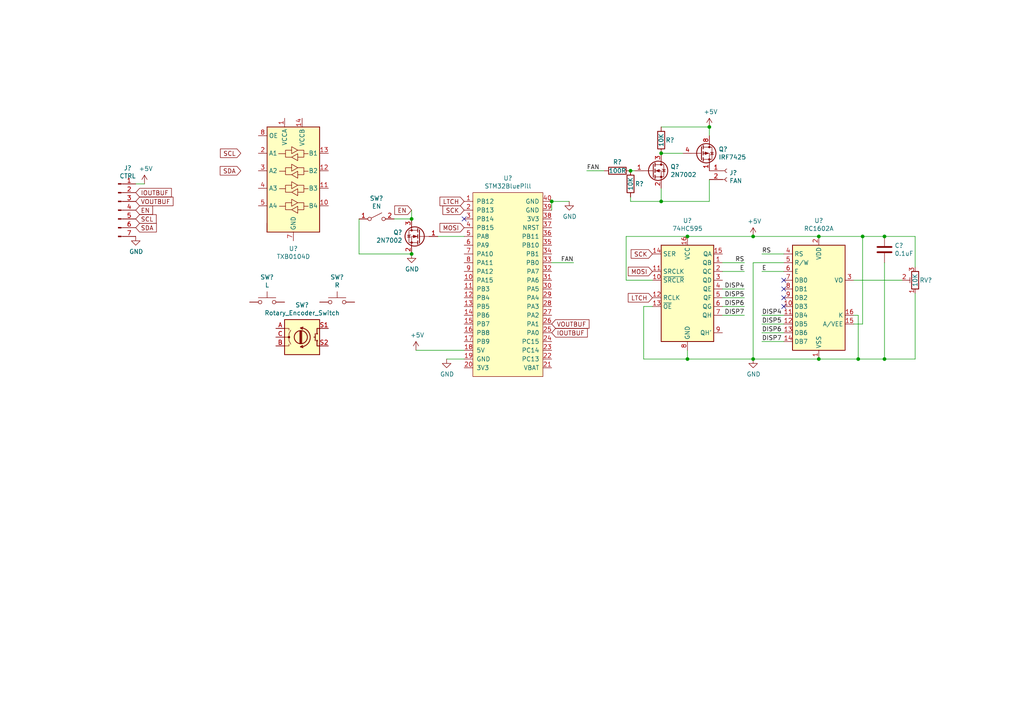
<source format=kicad_sch>
(kicad_sch (version 20211123) (generator eeschema)
  (paper "A4")
  (lib_symbols
    (symbol "74xx:74HC595"
      (property "Reference" "U" (at -7.62 13.97 0))
      (property "Value" "74HC595" (at -7.62 -16.51 0))
      (symbol "74HC595_1_0"
        (pin tri_state line (at 10.16 7.62 180) (length 2.54) (name "QB") (number "1"))
        (pin input line (at -10.16 2.54 0) (length 2.54) (name "~{SRCLR}") (number "10"))
        (pin input line (at -10.16 5.08 0) (length 2.54) (name "SRCLK") (number "11"))
        (pin input line (at -10.16 -2.54 0) (length 2.54) (name "RCLK") (number "12"))
        (pin input line (at -10.16 -5.08 0) (length 2.54) (name "~{OE}") (number "13"))
        (pin input line (at -10.16 10.16 0) (length 2.54) (name "SER") (number "14"))
        (pin tri_state line (at 10.16 10.16 180) (length 2.54) (name "QA") (number "15"))
        (pin power_in line (at 0 15.24 270) (length 2.54) (name "VCC") (number "16"))
        (pin tri_state line (at 10.16 5.08 180) (length 2.54) (name "QC") (number "2"))
        (pin tri_state line (at 10.16 2.54 180) (length 2.54) (name "QD") (number "3"))
        (pin tri_state line (at 10.16 0 180) (length 2.54) (name "QE") (number "4"))
        (pin tri_state line (at 10.16 -2.54 180) (length 2.54) (name "QF") (number "5"))
        (pin tri_state line (at 10.16 -5.08 180) (length 2.54) (name "QG") (number "6"))
        (pin tri_state line (at 10.16 -7.62 180) (length 2.54) (name "QH") (number "7"))
        (pin power_in line (at 0 -17.78 90) (length 2.54) (name "GND") (number "8"))
        (pin output line (at 10.16 -12.7 180) (length 2.54) (name "QH'") (number "9"))
      )
      (symbol "74HC595_1_1"
        (rectangle (start -7.62 12.7) (end 7.62 -15.24) (stroke (width 0.254)) (fill (type background)))
      )
    )
    (symbol "Connector:Conn_01x02_Female" (pin_names (offset 1.016) hide)
      (property "Reference" "J" (at 0 2.54 0))
      (property "Value" "Conn_01x02_Female" (at 0 -5.08 0))
      (symbol "Conn_01x02_Female_1_1"
        (arc (start 0 -2.032) (mid -0.508 -2.54) (end 0 -3.048) (stroke (width 0.1524)))
        (polyline (pts (xy -1.27 -2.54) (xy -0.508 -2.54)) (stroke (width 0.1524)))
        (polyline (pts (xy -1.27 0) (xy -0.508 0)) (stroke (width 0.1524)))
        (arc (start 0 0.508) (mid -0.508 0) (end 0 -0.508) (stroke (width 0.1524)))
        (pin passive line (at -5.08 0 0) (length 3.81) (name "Pin_1") (number "1"))
        (pin passive line (at -5.08 -2.54 0) (length 3.81) (name "Pin_2") (number "2"))
      )
    )
    (symbol "Connector:Conn_01x07_Male" (pin_names (offset 1.016) hide)
      (property "Reference" "J" (at 0 10.16 0))
      (property "Value" "Conn_01x07_Male" (at 0 -10.16 0))
      (symbol "Conn_01x07_Male_1_1"
        (polyline (pts (xy 1.27 -7.62) (xy 0.8636 -7.62)) (stroke (width 0.1524)))
        (polyline (pts (xy 1.27 -5.08) (xy 0.8636 -5.08)) (stroke (width 0.1524)))
        (polyline (pts (xy 1.27 -2.54) (xy 0.8636 -2.54)) (stroke (width 0.1524)))
        (polyline (pts (xy 1.27 0) (xy 0.8636 0)) (stroke (width 0.1524)))
        (polyline (pts (xy 1.27 2.54) (xy 0.8636 2.54)) (stroke (width 0.1524)))
        (polyline (pts (xy 1.27 5.08) (xy 0.8636 5.08)) (stroke (width 0.1524)))
        (polyline (pts (xy 1.27 7.62) (xy 0.8636 7.62)) (stroke (width 0.1524)))
        (rectangle (start 0.8636 -7.493) (end 0 -7.747) (stroke (width 0.1524)) (fill (type outline)))
        (rectangle (start 0.8636 -4.953) (end 0 -5.207) (stroke (width 0.1524)) (fill (type outline)))
        (rectangle (start 0.8636 -2.413) (end 0 -2.667) (stroke (width 0.1524)) (fill (type outline)))
        (rectangle (start 0.8636 0.127) (end 0 -0.127) (stroke (width 0.1524)) (fill (type outline)))
        (rectangle (start 0.8636 2.667) (end 0 2.413) (stroke (width 0.1524)) (fill (type outline)))
        (rectangle (start 0.8636 5.207) (end 0 4.953) (stroke (width 0.1524)) (fill (type outline)))
        (rectangle (start 0.8636 7.747) (end 0 7.493) (stroke (width 0.1524)) (fill (type outline)))
        (pin passive line (at 5.08 7.62 180) (length 3.81) (name "Pin_1") (number "1"))
        (pin passive line (at 5.08 5.08 180) (length 3.81) (name "Pin_2") (number "2"))
        (pin passive line (at 5.08 2.54 180) (length 3.81) (name "Pin_3") (number "3"))
        (pin passive line (at 5.08 0 180) (length 3.81) (name "Pin_4") (number "4"))
        (pin passive line (at 5.08 -2.54 180) (length 3.81) (name "Pin_5") (number "5"))
        (pin passive line (at 5.08 -5.08 180) (length 3.81) (name "Pin_6") (number "6"))
        (pin passive line (at 5.08 -7.62 180) (length 3.81) (name "Pin_7") (number "7"))
      )
    )
    (symbol "Device:C" (pin_numbers hide) (pin_names (offset 0.254))
      (property "Reference" "C" (at 0.635 2.54 0))
      (property "Value" "C" (at 0.635 -2.54 0))
      (symbol "C_0_1"
        (polyline (pts (xy -2.032 -0.762) (xy 2.032 -0.762)) (stroke (width 0.508)))
        (polyline (pts (xy -2.032 0.762) (xy 2.032 0.762)) (stroke (width 0.508)))
      )
      (symbol "C_1_1"
        (pin passive line (at 0 3.81 270) (length 2.794) (name "~") (number "1"))
        (pin passive line (at 0 -3.81 90) (length 2.794) (name "~") (number "2"))
      )
    )
    (symbol "Device:R" (pin_numbers hide) (pin_names (offset 0))
      (property "Reference" "R" (at 2.032 0 90))
      (property "Value" "R" (at 0 0 90))
      (symbol "R_0_1"
        (rectangle (start -1.016 -2.54) (end 1.016 2.54) (stroke (width 0.254)))
      )
      (symbol "R_1_1"
        (pin passive line (at 0 3.81 270) (length 1.27) (name "~") (number "1"))
        (pin passive line (at 0 -3.81 90) (length 1.27) (name "~") (number "2"))
      )
    )
    (symbol "Device:R_POT_TRIM" (pin_names (offset 1.016) hide)
      (property "Reference" "RV" (at -4.445 0 90))
      (property "Value" "Device_R_POT_TRIM" (at -2.54 0 90))
      (symbol "R_POT_TRIM_0_1"
        (polyline (pts (xy 1.524 0.762) (xy 1.524 -0.762)))
        (polyline (pts (xy 2.54 0) (xy 1.524 0)))
        (rectangle (start 1.016 2.54) (end -1.016 -2.54) (stroke (width 0.254)))
      )
      (symbol "R_POT_TRIM_1_1"
        (pin passive line (at 0 3.81 270) (length 1.27) (name "1") (number "1"))
        (pin passive line (at 3.81 0 180) (length 1.27) (name "2") (number "2"))
        (pin passive line (at 0 -3.81 90) (length 1.27) (name "3") (number "3"))
      )
    )
    (symbol "Device:Rotary_Encoder_Switch" (pin_names (offset 0.254) hide)
      (property "Reference" "SW" (at 0 6.604 0))
      (property "Value" "Device_Rotary_Encoder_Switch" (at 0 -6.604 0))
      (symbol "Rotary_Encoder_Switch_0_1"
        (rectangle (start -5.08 5.08) (end 5.08 -5.08) (stroke (width 0.254)) (fill (type background)))
        (circle (center -3.81 0) (radius 0.254) (fill (type outline)))
        (arc (start -0.381 -2.794) (mid 2.3622 -0.0635) (end -0.381 2.667) (stroke (width 0.254)))
        (circle (center -0.381 0) (radius 1.905) (stroke (width 0.254)))
        (polyline (pts (xy -0.635 -1.778) (xy -0.635 1.778)) (stroke (width 0.254)))
        (polyline (pts (xy -0.381 -1.778) (xy -0.381 1.778)) (stroke (width 0.254)))
        (polyline (pts (xy -0.127 1.778) (xy -0.127 -1.778)) (stroke (width 0.254)))
        (polyline (pts (xy 3.81 0) (xy 3.429 0)) (stroke (width 0.254)))
        (polyline (pts (xy 3.81 1.016) (xy 3.81 -1.016)) (stroke (width 0.254)))
        (polyline (pts (xy -5.08 -2.54) (xy -3.81 -2.54) (xy -3.81 -2.032)))
        (polyline (pts (xy -5.08 2.54) (xy -3.81 2.54) (xy -3.81 2.032)))
        (polyline (pts (xy 0.254 -3.048) (xy -0.508 -2.794) (xy 0.127 -2.413)) (stroke (width 0.254)))
        (polyline (pts (xy 0.254 2.921) (xy -0.508 2.667) (xy 0.127 2.286)) (stroke (width 0.254)))
        (polyline (pts (xy 5.08 -2.54) (xy 4.318 -2.54) (xy 4.318 -1.016)) (stroke (width 0.254)))
        (polyline (pts (xy 5.08 2.54) (xy 4.318 2.54) (xy 4.318 1.016)) (stroke (width 0.254)))
        (polyline (pts (xy -5.08 0) (xy -3.81 0) (xy -3.81 -1.016) (xy -3.302 -2.032)))
        (polyline (pts (xy -4.318 0) (xy -3.81 0) (xy -3.81 1.016) (xy -3.302 2.032)))
        (circle (center 4.318 -1.016) (radius 0.127) (stroke (width 0.254)))
        (circle (center 4.318 1.016) (radius 0.127) (stroke (width 0.254)))
      )
      (symbol "Rotary_Encoder_Switch_1_1"
        (pin passive line (at -7.62 2.54 0) (length 2.54) (name "A") (number "A"))
        (pin passive line (at -7.62 -2.54 0) (length 2.54) (name "B") (number "B"))
        (pin passive line (at -7.62 0 0) (length 2.54) (name "C") (number "C"))
        (pin passive line (at 7.62 2.54 180) (length 2.54) (name "S1") (number "S1"))
        (pin passive line (at 7.62 -2.54 180) (length 2.54) (name "S2") (number "S2"))
      )
    )
    (symbol "Display_Character:RC1602A"
      (property "Reference" "U" (at -6.35 16.51 0))
      (property "Value" "RC1602A" (at 2.794 16.51 0))
      (symbol "RC1602A_0_1"
        (rectangle (start -7.62 15.24) (end 7.62 -15.24) (stroke (width 0.254)) (fill (type background)))
      )
      (symbol "RC1602A_1_1"
        (pin power_in line (at 0 -17.78 90) (length 2.54) (name "VSS") (number "1"))
        (pin bidirectional line (at -10.16 -2.54 0) (length 2.54) (name "DB3") (number "10"))
        (pin bidirectional line (at -10.16 -5.08 0) (length 2.54) (name "DB4") (number "11"))
        (pin bidirectional line (at -10.16 -7.62 0) (length 2.54) (name "DB5") (number "12"))
        (pin bidirectional line (at -10.16 -10.16 0) (length 2.54) (name "DB6") (number "13"))
        (pin bidirectional line (at -10.16 -12.7 0) (length 2.54) (name "DB7") (number "14"))
        (pin power_in line (at 10.16 -7.62 180) (length 2.54) (name "A/VEE") (number "15"))
        (pin power_in line (at 10.16 -5.08 180) (length 2.54) (name "K") (number "16"))
        (pin power_in line (at 0 17.78 270) (length 2.54) (name "VDD") (number "2"))
        (pin power_in line (at 10.16 5.08 180) (length 2.54) (name "VO") (number "3"))
        (pin input line (at -10.16 12.7 0) (length 2.54) (name "RS") (number "4"))
        (pin input line (at -10.16 10.16 0) (length 2.54) (name "R/W") (number "5"))
        (pin input line (at -10.16 7.62 0) (length 2.54) (name "E") (number "6"))
        (pin bidirectional line (at -10.16 5.08 0) (length 2.54) (name "DB0") (number "7"))
        (pin bidirectional line (at -10.16 2.54 0) (length 2.54) (name "DB1") (number "8"))
        (pin bidirectional line (at -10.16 0 0) (length 2.54) (name "DB2") (number "9"))
      )
    )
    (symbol "Logic_LevelTranslator:TXB0104D"
      (property "Reference" "U" (at -6.35 16.51 0))
      (property "Value" "TXB0104D" (at 3.81 16.51 0))
      (symbol "TXB0104D_0_1"
        (rectangle (start -7.62 -15.24) (end -7.62 -12.7) (stroke (width 0.254)))
        (rectangle (start -7.62 15.24) (end 7.62 -15.24) (stroke (width 0.254)) (fill (type background)))
        (polyline (pts (xy -2.286 -7.747) (xy -2.286 -6.731) (xy -0.508 -6.731)))
        (polyline (pts (xy -2.286 -2.667) (xy -2.286 -1.651) (xy -0.508 -1.651)))
        (polyline (pts (xy -2.286 2.413) (xy -2.286 3.429) (xy -0.508 3.429)))
        (polyline (pts (xy -2.286 7.493) (xy -2.286 8.509) (xy -0.508 8.509)))
        (polyline (pts (xy 3.048 -7.747) (xy 3.048 -8.763) (xy 1.27 -8.763)))
        (polyline (pts (xy 3.048 -2.667) (xy 3.048 -3.683) (xy 1.27 -3.683)))
        (polyline (pts (xy 3.048 2.413) (xy 3.048 1.397) (xy 1.27 1.397)))
        (polyline (pts (xy 3.048 7.493) (xy 3.048 6.477) (xy 1.27 6.477)))
        (polyline (pts (xy -0.508 -8.763) (xy -2.286 -8.763) (xy -2.286 -7.747) (xy -4.064 -7.747)))
        (polyline (pts (xy -0.508 -8.763) (xy 1.27 -7.747) (xy 1.27 -9.779) (xy -0.508 -8.763)))
        (polyline (pts (xy -0.508 -3.683) (xy -2.286 -3.683) (xy -2.286 -2.667) (xy -4.064 -2.667)))
        (polyline (pts (xy -0.508 -3.683) (xy 1.27 -2.667) (xy 1.27 -4.699) (xy -0.508 -3.683)))
        (polyline (pts (xy -0.508 1.397) (xy -2.286 1.397) (xy -2.286 2.413) (xy -4.064 2.413)))
        (polyline (pts (xy -0.508 1.397) (xy 1.27 2.413) (xy 1.27 0.381) (xy -0.508 1.397)))
        (polyline (pts (xy -0.508 6.477) (xy -2.286 6.477) (xy -2.286 7.493) (xy -4.318 7.493)))
        (polyline (pts (xy -0.508 6.477) (xy 1.27 7.493) (xy 1.27 5.461) (xy -0.508 6.477)))
        (polyline (pts (xy 1.27 -6.731) (xy -0.508 -7.747) (xy -0.508 -5.715) (xy 1.27 -6.731)))
        (polyline (pts (xy 1.27 -6.731) (xy 3.048 -6.731) (xy 3.048 -7.747) (xy 4.318 -7.747)))
        (polyline (pts (xy 1.27 -1.651) (xy -0.508 -2.667) (xy -0.508 -0.635) (xy 1.27 -1.651)))
        (polyline (pts (xy 1.27 -1.651) (xy 3.048 -1.651) (xy 3.048 -2.667) (xy 4.318 -2.667)))
        (polyline (pts (xy 1.27 3.429) (xy -0.508 2.413) (xy -0.508 4.445) (xy 1.27 3.429)))
        (polyline (pts (xy 1.27 3.429) (xy 3.048 3.429) (xy 3.048 2.413) (xy 4.318 2.413)))
        (polyline (pts (xy 1.27 8.509) (xy -0.508 7.493) (xy -0.508 9.525) (xy 1.27 8.509)))
        (polyline (pts (xy 1.27 8.509) (xy 3.048 8.509) (xy 3.048 7.493) (xy 4.318 7.493)))
      )
      (symbol "TXB0104D_1_1"
        (pin power_in line (at -2.54 17.78 270) (length 2.54) (name "VCCA") (number "1"))
        (pin bidirectional line (at 10.16 -7.62 180) (length 2.54) (name "B4") (number "10"))
        (pin bidirectional line (at 10.16 -2.54 180) (length 2.54) (name "B3") (number "11"))
        (pin bidirectional line (at 10.16 2.54 180) (length 2.54) (name "B2") (number "12"))
        (pin bidirectional line (at 10.16 7.62 180) (length 2.54) (name "B1") (number "13"))
        (pin power_in line (at 2.54 17.78 270) (length 2.54) (name "VCCB") (number "14"))
        (pin bidirectional line (at -10.16 7.62 0) (length 2.54) (name "A1") (number "2"))
        (pin bidirectional line (at -10.16 2.54 0) (length 2.54) (name "A2") (number "3"))
        (pin bidirectional line (at -10.16 -2.54 0) (length 2.54) (name "A3") (number "4"))
        (pin bidirectional line (at -10.16 -7.62 0) (length 2.54) (name "A4") (number "5"))
        (pin no_connect line (at -10.16 -12.7 0) (length 2.54) hide (name "NC") (number "6"))
        (pin power_in line (at 0 -17.78 90) (length 2.54) (name "GND") (number "7"))
        (pin input line (at -10.16 12.7 0) (length 2.54) (name "OE") (number "8"))
        (pin no_connect line (at 10.16 -12.7 180) (length 2.54) hide (name "NC") (number "9"))
      )
    )
    (symbol "Switch:SW_Push" (pin_numbers hide) (pin_names (offset 1.016) hide)
      (property "Reference" "SW" (at 1.27 2.54 0))
      (property "Value" "SW_Push" (at 0 -1.524 0))
      (symbol "SW_Push_0_1"
        (circle (center -2.032 0) (radius 0.508))
        (polyline (pts (xy 0 1.27) (xy 0 3.048)))
        (polyline (pts (xy 2.54 1.27) (xy -2.54 1.27)))
        (circle (center 2.032 0) (radius 0.508))
        (pin passive line (at -5.08 0 0) (length 2.54) (name "1") (number "1"))
        (pin passive line (at 5.08 0 180) (length 2.54) (name "2") (number "2"))
      )
    )
    (symbol "Switch:SW_SPST" (pin_names (offset 0) hide)
      (property "Reference" "SW" (at 0 3.175 0))
      (property "Value" "SW_SPST" (at 0 -2.54 0))
      (symbol "SW_SPST_0_0"
        (circle (center -2.032 0) (radius 0.508))
        (polyline (pts (xy -1.524 0.254) (xy 1.524 1.778)))
        (circle (center 2.032 0) (radius 0.508))
      )
      (symbol "SW_SPST_1_1"
        (pin passive line (at -5.08 0 0) (length 2.54) (name "A") (number "1"))
        (pin passive line (at 5.08 0 180) (length 2.54) (name "B") (number "2"))
      )
    )
    (symbol "Transistor_FET:2N7002" (pin_names hide)
      (property "Reference" "Q" (at 5.08 1.905 0))
      (property "Value" "2N7002" (at 5.08 0 0))
      (symbol "2N7002_0_1"
        (polyline (pts (xy 0.254 0) (xy -2.54 0)))
        (polyline (pts (xy 0.254 1.905) (xy 0.254 -1.905)) (stroke (width 0.254)))
        (polyline (pts (xy 0.762 -1.27) (xy 0.762 -2.286)) (stroke (width 0.254)))
        (polyline (pts (xy 0.762 0.508) (xy 0.762 -0.508)) (stroke (width 0.254)))
        (polyline (pts (xy 0.762 2.286) (xy 0.762 1.27)) (stroke (width 0.254)))
        (polyline (pts (xy 2.54 2.54) (xy 2.54 1.778)))
        (polyline (pts (xy 2.54 -2.54) (xy 2.54 0) (xy 0.762 0)))
        (polyline (pts (xy 0.762 -1.778) (xy 3.302 -1.778) (xy 3.302 1.778) (xy 0.762 1.778)))
        (polyline (pts (xy 1.016 0) (xy 2.032 0.381) (xy 2.032 -0.381) (xy 1.016 0)) (fill (type outline)))
        (polyline (pts (xy 2.794 0.508) (xy 2.921 0.381) (xy 3.683 0.381) (xy 3.81 0.254)))
        (polyline (pts (xy 3.302 0.381) (xy 2.921 -0.254) (xy 3.683 -0.254) (xy 3.302 0.381)))
        (circle (center 1.651 0) (radius 2.794) (stroke (width 0.254)))
        (circle (center 2.54 -1.778) (radius 0.254) (fill (type outline)))
        (circle (center 2.54 1.778) (radius 0.254) (fill (type outline)))
      )
      (symbol "2N7002_1_1"
        (pin input line (at -5.08 0 0) (length 2.54) (name "G") (number "1"))
        (pin passive line (at 2.54 -5.08 90) (length 2.54) (name "S") (number "2"))
        (pin passive line (at 2.54 5.08 270) (length 2.54) (name "D") (number "3"))
      )
    )
    (symbol "Transistor_FET:IRF7404" (pin_names hide)
      (property "Reference" "Q" (at 5.08 1.905 0))
      (property "Value" "IRF7404" (at 5.08 0 0))
      (symbol "IRF7404_0_1"
        (polyline (pts (xy 0.254 0) (xy -2.54 0)))
        (polyline (pts (xy 0.254 1.905) (xy 0.254 -1.905)) (stroke (width 0.254)))
        (polyline (pts (xy 0.762 -1.27) (xy 0.762 -2.286)) (stroke (width 0.254)))
        (polyline (pts (xy 0.762 0.508) (xy 0.762 -0.508)) (stroke (width 0.254)))
        (polyline (pts (xy 0.762 2.286) (xy 0.762 1.27)) (stroke (width 0.254)))
        (polyline (pts (xy 2.54 2.54) (xy 2.54 1.778)))
        (polyline (pts (xy 2.54 -2.54) (xy 2.54 0) (xy 0.762 0)))
        (polyline (pts (xy 0.762 1.778) (xy 3.302 1.778) (xy 3.302 -1.778) (xy 0.762 -1.778)))
        (polyline (pts (xy 2.286 0) (xy 1.27 0.381) (xy 1.27 -0.381) (xy 2.286 0)) (fill (type outline)))
        (polyline (pts (xy 2.794 -0.508) (xy 2.921 -0.381) (xy 3.683 -0.381) (xy 3.81 -0.254)))
        (polyline (pts (xy 3.302 -0.381) (xy 2.921 0.254) (xy 3.683 0.254) (xy 3.302 -0.381)))
        (circle (center 1.651 0) (radius 2.794) (stroke (width 0.254)))
        (circle (center 2.54 -1.778) (radius 0.254) (fill (type outline)))
        (circle (center 2.54 1.778) (radius 0.254) (fill (type outline)))
      )
      (symbol "IRF7404_1_1"
        (pin passive line (at 2.54 -5.08 90) (length 2.54) (name "S") (number "1"))
        (pin passive line (at 2.54 -5.08 90) (length 2.54) hide (name "S") (number "2"))
        (pin passive line (at 2.54 -5.08 90) (length 2.54) hide (name "S") (number "3"))
        (pin passive line (at -5.08 0 0) (length 2.54) (name "G") (number "4"))
        (pin passive line (at 2.54 5.08 270) (length 2.54) hide (name "D") (number "5"))
        (pin passive line (at 2.54 5.08 270) (length 2.54) hide (name "D") (number "6"))
        (pin passive line (at 2.54 5.08 270) (length 2.54) hide (name "D") (number "7"))
        (pin passive line (at 2.54 5.08 270) (length 2.54) (name "D") (number "8"))
      )
    )
    (symbol "power:+5V" (power) (pin_names (offset 0))
      (property "Value" "+5V" (at 0 3.556 0))
      (symbol "+5V_0_1"
        (polyline (pts (xy -0.762 1.27) (xy 0 2.54)))
        (polyline (pts (xy 0 0) (xy 0 2.54)))
        (polyline (pts (xy 0 2.54) (xy 0.762 1.27)))
      )
      (symbol "+5V_1_1"
        (pin power_in line (at 0 0 90) (length 0) hide (name "+5V") (number "1"))
      )
    )
    (symbol "power:GND" (power) (pin_names (offset 0))
      (property "Value" "GND" (at 0 -3.81 0))
      (symbol "GND_0_1"
        (polyline (pts (xy 0 0) (xy 0 -1.27) (xy 1.27 -1.27) (xy 0 -2.54) (xy -1.27 -1.27) (xy 0 -1.27)))
      )
      (symbol "GND_1_1"
        (pin power_in line (at 0 0 270) (length 0) hide (name "GND") (number "1"))
      )
    )
    (symbol "symbols:STM32BluePill" (pin_names (offset 1.016))
      (property "Reference" "U" (at 0 1.27 0))
      (property "Value" "STM32BluePill" (at 0 3.81 0))
      (symbol "STM32BluePill_0_1"
        (rectangle (start -10.16 0) (end 10.16 -53.34) (fill (type background)))
      )
      (symbol "STM32BluePill_1_1"
        (pin input line (at -12.7 -2.54 0) (length 2.54) (name "PB12") (number "1"))
        (pin input line (at -12.7 -25.4 0) (length 2.54) (name "PA15") (number "10"))
        (pin input line (at -12.7 -27.94 0) (length 2.54) (name "PB3") (number "11"))
        (pin input line (at -12.7 -30.48 0) (length 2.54) (name "PB4") (number "12"))
        (pin input line (at -12.7 -33.02 0) (length 2.54) (name "PB5") (number "13"))
        (pin input line (at -12.7 -35.56 0) (length 2.54) (name "PB6") (number "14"))
        (pin input line (at -12.7 -38.1 0) (length 2.54) (name "PB7") (number "15"))
        (pin input line (at -12.7 -40.64 0) (length 2.54) (name "PB8") (number "16"))
        (pin input line (at -12.7 -43.18 0) (length 2.54) (name "PB9") (number "17"))
        (pin input line (at -12.7 -45.72 0) (length 2.54) (name "5V") (number "18"))
        (pin input line (at -12.7 -48.26 0) (length 2.54) (name "GND") (number "19"))
        (pin input line (at -12.7 -5.08 0) (length 2.54) (name "PB13") (number "2"))
        (pin input line (at -12.7 -50.8 0) (length 2.54) (name "3V3") (number "20"))
        (pin input line (at 12.7 -50.8 180) (length 2.54) (name "VBAT") (number "21"))
        (pin input line (at 12.7 -48.26 180) (length 2.54) (name "PC13") (number "22"))
        (pin input line (at 12.7 -45.72 180) (length 2.54) (name "PC14") (number "23"))
        (pin input line (at 12.7 -43.18 180) (length 2.54) (name "PC15") (number "24"))
        (pin input line (at 12.7 -40.64 180) (length 2.54) (name "PA0") (number "25"))
        (pin input line (at 12.7 -38.1 180) (length 2.54) (name "PA1") (number "26"))
        (pin input line (at 12.7 -35.56 180) (length 2.54) (name "PA2") (number "27"))
        (pin input line (at 12.7 -33.02 180) (length 2.54) (name "PA3") (number "28"))
        (pin input line (at 12.7 -30.48 180) (length 2.54) (name "PA4") (number "29"))
        (pin input line (at -12.7 -7.62 0) (length 2.54) (name "PB14") (number "3"))
        (pin input line (at 12.7 -27.94 180) (length 2.54) (name "PA5") (number "30"))
        (pin input line (at 12.7 -25.4 180) (length 2.54) (name "PA6") (number "31"))
        (pin input line (at 12.7 -22.86 180) (length 2.54) (name "PA7") (number "32"))
        (pin input line (at 12.7 -20.32 180) (length 2.54) (name "PB0") (number "33"))
        (pin input line (at 12.7 -17.78 180) (length 2.54) (name "PB1") (number "34"))
        (pin input line (at 12.7 -15.24 180) (length 2.54) (name "PB10") (number "35"))
        (pin input line (at 12.7 -12.7 180) (length 2.54) (name "PB11") (number "36"))
        (pin input line (at 12.7 -10.16 180) (length 2.54) (name "NRST") (number "37"))
        (pin input line (at 12.7 -7.62 180) (length 2.54) (name "3V3") (number "38"))
        (pin input line (at 12.7 -5.08 180) (length 2.54) (name "GND") (number "39"))
        (pin input line (at -12.7 -10.16 0) (length 2.54) (name "PB15") (number "4"))
        (pin input line (at 12.7 -2.54 180) (length 2.54) (name "GND") (number "40"))
        (pin input line (at -12.7 -12.7 0) (length 2.54) (name "PA8") (number "5"))
        (pin input line (at -12.7 -15.24 0) (length 2.54) (name "PA9") (number "6"))
        (pin input line (at -12.7 -17.78 0) (length 2.54) (name "PA10") (number "7"))
        (pin input line (at -12.7 -20.32 0) (length 2.54) (name "PA11") (number "8"))
        (pin input line (at -12.7 -22.86 0) (length 2.54) (name "PA12") (number "9"))
      )
    )
  )
  (junction (at 237.49 68.58))
  (junction (at 237.49 104.14))
  (junction (at 119.38 73.66))
  (junction (at 160.02 58.42))
  (junction (at 191.77 44.45))
  (junction (at 199.39 68.58))
  (junction (at 250.19 68.58))
  (junction (at 182.88 49.53))
  (junction (at 218.44 104.14))
  (junction (at 205.74 36.83))
  (junction (at 248.92 104.14))
  (junction (at 191.77 58.42))
  (junction (at 119.38 63.5))
  (junction (at 256.54 104.14))
  (junction (at 199.39 104.14))
  (junction (at 256.54 68.58))
  (junction (at 218.44 68.58))
  (no_connect (at 227.33 81.28))
  (no_connect (at 227.33 83.82))
  (no_connect (at 227.33 88.9))
  (no_connect (at 227.33 86.36))
  (no_connect (at 134.62 63.5))
  (wire (pts (xy 205.74 58.42) (xy 191.77 58.42)))
  (wire (pts (xy 120.65 101.6) (xy 134.62 101.6)))
  (wire (pts (xy 181.61 81.28) (xy 181.61 68.58)))
  (wire (pts (xy 215.9 86.36) (xy 209.55 86.36)))
  (wire (pts (xy 160.02 60.96) (xy 160.02 58.42)))
  (wire (pts (xy 247.65 93.98) (xy 250.19 93.98)))
  (wire (pts (xy 218.44 68.58) (xy 237.49 68.58)))
  (wire (pts (xy 189.23 81.28) (xy 181.61 81.28)))
  (wire (pts (xy 227.33 93.98) (xy 220.98 93.98)))
  (wire (pts (xy 186.69 88.9) (xy 186.69 104.14)))
  (wire (pts (xy 215.9 88.9) (xy 209.55 88.9)))
  (wire (pts (xy 215.9 78.74) (xy 209.55 78.74)))
  (wire (pts (xy 129.54 104.14) (xy 134.62 104.14)))
  (wire (pts (xy 265.43 104.14) (xy 265.43 85.09)))
  (wire (pts (xy 199.39 101.6) (xy 199.39 104.14)))
  (wire (pts (xy 218.44 68.58) (xy 199.39 68.58)))
  (wire (pts (xy 104.14 73.66) (xy 119.38 73.66)))
  (wire (pts (xy 41.91 53.34) (xy 39.37 53.34)))
  (wire (pts (xy 189.23 88.9) (xy 186.69 88.9)))
  (wire (pts (xy 209.55 76.2) (xy 215.9 76.2)))
  (wire (pts (xy 265.43 68.58) (xy 256.54 68.58)))
  (wire (pts (xy 227.33 96.52) (xy 220.98 96.52)))
  (wire (pts (xy 248.92 91.44) (xy 248.92 104.14)))
  (wire (pts (xy 191.77 36.83) (xy 205.74 36.83)))
  (wire (pts (xy 218.44 76.2) (xy 227.33 76.2)))
  (wire (pts (xy 215.9 83.82) (xy 209.55 83.82)))
  (wire (pts (xy 248.92 104.14) (xy 256.54 104.14)))
  (wire (pts (xy 205.74 52.07) (xy 205.74 58.42)))
  (wire (pts (xy 220.98 78.74) (xy 227.33 78.74)))
  (wire (pts (xy 247.65 91.44) (xy 248.92 91.44)))
  (wire (pts (xy 191.77 58.42) (xy 191.77 54.61)))
  (wire (pts (xy 261.62 81.28) (xy 247.65 81.28)))
  (wire (pts (xy 215.9 91.44) (xy 209.55 91.44)))
  (wire (pts (xy 256.54 104.14) (xy 265.43 104.14)))
  (wire (pts (xy 119.38 63.5) (xy 119.38 60.96)))
  (wire (pts (xy 127 68.58) (xy 134.62 68.58)))
  (wire (pts (xy 182.88 57.15) (xy 182.88 58.42)))
  (wire (pts (xy 227.33 99.06) (xy 220.98 99.06)))
  (wire (pts (xy 265.43 77.47) (xy 265.43 68.58)))
  (wire (pts (xy 175.26 49.53) (xy 170.18 49.53)))
  (wire (pts (xy 181.61 68.58) (xy 199.39 68.58)))
  (wire (pts (xy 186.69 104.14) (xy 199.39 104.14)))
  (wire (pts (xy 250.19 68.58) (xy 237.49 68.58)))
  (wire (pts (xy 256.54 68.58) (xy 250.19 68.58)))
  (wire (pts (xy 182.88 58.42) (xy 191.77 58.42)))
  (wire (pts (xy 218.44 104.14) (xy 237.49 104.14)))
  (wire (pts (xy 199.39 104.14) (xy 218.44 104.14)))
  (wire (pts (xy 248.92 104.14) (xy 237.49 104.14)))
  (wire (pts (xy 160.02 58.42) (xy 165.1 58.42)))
  (wire (pts (xy 205.74 36.83) (xy 205.74 39.37)))
  (wire (pts (xy 227.33 73.66) (xy 220.98 73.66)))
  (wire (pts (xy 218.44 104.14) (xy 218.44 76.2)))
  (wire (pts (xy 227.33 91.44) (xy 220.98 91.44)))
  (wire (pts (xy 104.14 63.5) (xy 104.14 73.66)))
  (wire (pts (xy 184.15 49.53) (xy 182.88 49.53)))
  (wire (pts (xy 191.77 44.45) (xy 198.12 44.45)))
  (wire (pts (xy 160.02 76.2) (xy 166.37 76.2)))
  (wire (pts (xy 250.19 68.58) (xy 250.19 93.98)))
  (wire (pts (xy 119.38 63.5) (xy 114.3 63.5)))
  (wire (pts (xy 256.54 104.14) (xy 256.54 76.2)))
  (label "DISP6" (at 215.9 88.9 180))
  (label "E" (at 220.98 78.74 0))
  (label "RS" (at 215.9 76.2 180))
  (label "DISP6" (at 220.98 96.52 0))
  (label "FAN" (at 170.18 49.53 0))
  (label "DISP5" (at 215.9 86.36 180))
  (label "DISP5" (at 220.98 93.98 0))
  (label "DISP7" (at 220.98 99.06 0))
  (label "DISP4" (at 215.9 83.82 180))
  (label "FAN" (at 166.37 76.2 180))
  (label "DISP7" (at 215.9 91.44 180))
  (label "E" (at 215.9 78.74 180))
  (label "DISP4" (at 220.98 91.44 0))
  (label "RS" (at 220.98 73.66 0))
  (global_label "SCL" (shape input) (at 39.37 63.5 0) (property "Intersheet References" "${INTERSHEET_REFS}" (effects hide)))
  (global_label "SCK" (shape input) (at 134.62 60.96 180) (property "Intersheet References" "${INTERSHEET_REFS}" (effects hide)))
  (global_label "SCL" (shape input) (at 69.85 44.45 180) (property "Intersheet References" "${INTERSHEET_REFS}" (effects hide)))
  (global_label "LTCH" (shape input) (at 134.62 58.42 180) (property "Intersheet References" "${INTERSHEET_REFS}" (effects hide)))
  (global_label "EN" (shape input) (at 119.38 60.96 180) (property "Intersheet References" "${INTERSHEET_REFS}" (effects hide)))
  (global_label "IOUTBUF" (shape input) (at 39.37 55.88 0) (property "Intersheet References" "${INTERSHEET_REFS}" (effects hide)))
  (global_label "SDA" (shape input) (at 69.85 49.53 180) (property "Intersheet References" "${INTERSHEET_REFS}" (effects hide)))
  (global_label "VOUTBUF" (shape input) (at 160.02 93.98 0) (property "Intersheet References" "${INTERSHEET_REFS}" (effects hide)))
  (global_label "LTCH" (shape input) (at 189.23 86.36 180) (property "Intersheet References" "${INTERSHEET_REFS}" (effects hide)))
  (global_label "MOSI" (shape input) (at 134.62 66.04 180) (property "Intersheet References" "${INTERSHEET_REFS}" (effects hide)))
  (global_label "IOUTBUF" (shape input) (at 160.02 96.52 0) (property "Intersheet References" "${INTERSHEET_REFS}" (effects hide)))
  (global_label "MOSI" (shape input) (at 189.23 78.74 180) (property "Intersheet References" "${INTERSHEET_REFS}" (effects hide)))
  (global_label "SDA" (shape input) (at 39.37 66.04 0) (property "Intersheet References" "${INTERSHEET_REFS}" (effects hide)))
  (global_label "SCK" (shape input) (at 189.23 73.66 180) (property "Intersheet References" "${INTERSHEET_REFS}" (effects hide)))
  (global_label "EN" (shape input) (at 39.37 60.96 0) (property "Intersheet References" "${INTERSHEET_REFS}" (effects hide)))
  (global_label "VOUTBUF" (shape input) (at 39.37 58.42 0) (property "Intersheet References" "${INTERSHEET_REFS}" (effects hide)))
  (symbol (lib_id "power:+5V") (at 41.91 53.34 0) (unit 1)
    (property "Reference" "#PWR?" (effects hide))
    (property "Value" "+5V" (at 42.291 48.9458 0))
  )
  (symbol (lib_id "power:GND") (at 39.37 68.58 0) (unit 1)
    (property "Reference" "#PWR?" (effects hide))
    (property "Value" "GND" (at 39.497 72.9742 0))
  )
  (symbol (lib_id "symbols:STM32BluePill") (at 147.32 55.88 0) (unit 1)
    (property "Reference" "U?" (at 147.32 51.689 0))
    (property "Value" "STM32BluePill" (at 147.32 54.0004 0))
  )
  (symbol (lib_id "power:+5V") (at 120.65 101.6 0) (unit 1)
    (property "Reference" "#PWR?" (effects hide))
    (property "Value" "+5V" (at 121.031 97.2058 0))
  )
  (symbol (lib_id "power:GND") (at 165.1 58.42 0) (unit 1)
    (property "Reference" "#PWR?" (effects hide))
    (property "Value" "GND" (at 165.227 62.8142 0))
  )
  (symbol (lib_id "power:GND") (at 129.54 104.14 0) (unit 1)
    (property "Reference" "#PWR?" (effects hide))
    (property "Value" "GND" (at 129.667 108.5342 0))
  )
  (symbol (lib_id "Transistor_FET:2N7002") (at 121.92 68.58 0) (mirror y) (unit 1)
    (property "Reference" "Q?" (at 116.713 67.4116 0) (effects (justify left)))
    (property "Value" "2N7002" (at 116.713 69.723 0) (effects (justify left)))
    (property "Footprint" "Package_TO_SOT_SMD:SOT-23" (effects hide))
    (property "Datasheet" "https://www.onsemi.com/pub/Collateral/NDS7002A-D.PDF" (effects hide))
  )
  (symbol (lib_id "power:GND") (at 119.38 73.66 0) (unit 1)
    (property "Reference" "#PWR?" (effects hide))
    (property "Value" "GND" (at 119.507 78.0542 0))
  )
  (symbol (lib_id "Transistor_FET:IRF7404") (at 203.2 44.45 0) (unit 1)
    (property "Reference" "Q?" (at 208.407 43.2816 0) (effects (justify left)))
    (property "Value" "IRF7425" (at 208.407 45.593 0) (effects (justify left)))
    (property "Footprint" "Package_SO:SOIC-8_3.9x4.9mm_P1.27mm" (effects hide))
    (property "Datasheet" "http://www.infineon.com/dgdl/irf7404.pdf?fileId=5546d462533600a4015355fa2b5b1b9e" (effects hide))
  )
  (symbol (lib_id "Connector:Conn_01x02_Female") (at 210.82 49.53 0) (unit 1)
    (property "Reference" "J?" (at 211.5312 50.1396 0) (effects (justify left)))
    (property "Value" "FAN" (at 211.5312 52.451 0) (effects (justify left)))
  )
  (symbol (lib_id "power:+5V") (at 205.74 36.83 0) (unit 1)
    (property "Reference" "#PWR?" (effects hide))
    (property "Value" "+5V" (at 206.121 32.4358 0))
  )
  (symbol (lib_id "Switch:SW_SPST") (at 109.22 63.5 0) (unit 1)
    (property "Reference" "SW?" (at 109.22 57.531 0))
    (property "Value" "EN" (at 109.22 59.8424 0))
  )
  (symbol (lib_id "Display_Character:RC1602A") (at 237.49 86.36 0) (unit 1)
    (property "Reference" "U?" (at 237.49 63.9826 0))
    (property "Value" "RC1602A" (at 237.49 66.294 0))
    (property "Footprint" "Display:RC1602A" (effects hide))
    (property "Datasheet" "http://www.raystar-optronics.com/down.php?ProID=18" (effects hide))
  )
  (symbol (lib_id "Transistor_FET:2N7002") (at 189.23 49.53 0) (unit 1)
    (property "Reference" "Q?" (at 194.437 48.3616 0) (effects (justify left)))
    (property "Value" "2N7002" (at 194.437 50.673 0) (effects (justify left)))
    (property "Footprint" "Package_TO_SOT_SMD:SOT-23" (effects hide))
    (property "Datasheet" "https://www.onsemi.com/pub/Collateral/NDS7002A-D.PDF" (effects hide))
  )
  (symbol (lib_id "Device:R") (at 182.88 53.34 0) (unit 1)
    (property "Reference" "R?" (at 184.15 53.34 0) (effects (justify left)))
    (property "Value" "10K" (at 182.88 53.34 90))
  )
  (symbol (lib_id "Device:R") (at 179.07 49.53 90) (unit 1)
    (property "Reference" "R?" (at 179.07 46.99 90))
    (property "Value" "100R" (at 179.07 49.53 90))
  )
  (symbol (lib_id "Device:R") (at 191.77 40.64 0) (unit 1)
    (property "Reference" "R?" (at 193.04 40.64 0) (effects (justify left)))
    (property "Value" "10K" (at 191.77 40.64 90))
  )
  (symbol (lib_id "power:GND") (at 218.44 104.14 0) (unit 1)
    (property "Reference" "#PWR?" (effects hide))
    (property "Value" "GND" (at 218.567 108.5342 0))
  )
  (symbol (lib_id "power:+5V") (at 218.44 68.58 0) (unit 1)
    (property "Reference" "#PWR?" (effects hide))
    (property "Value" "+5V" (at 218.821 64.1858 0))
  )
  (symbol (lib_id "Device:C") (at 256.54 72.39 0) (unit 1)
    (property "Reference" "C?" (at 259.461 71.2216 0) (effects (justify left)))
    (property "Value" "0.1uF" (at 259.461 73.533 0) (effects (justify left)))
  )
  (symbol (lib_id "74xx:74HC595") (at 199.39 83.82 0) (unit 1)
    (property "Reference" "U?" (at 199.39 63.9826 0))
    (property "Value" "74HC595" (at 199.39 66.294 0))
    (property "Datasheet" "http://www.ti.com/lit/ds/symlink/sn74hc595.pdf" (effects hide))
  )
  (symbol (lib_id "Device:Rotary_Encoder_Switch") (at 87.63 97.79 0) (unit 1)
    (property "Reference" "SW?" (at 87.63 88.4682 0))
    (property "Value" "Rotary_Encoder_Switch" (at 87.63 90.7796 0))
  )
  (symbol (lib_id "Device:R_POT_TRIM") (at 265.43 81.28 180) (unit 1)
    (property "Reference" "RV?" (at 266.7 81.28 0) (effects (justify right)))
    (property "Value" "10K" (at 265.43 81.28 90))
  )
  (symbol (lib_id "Switch:SW_Push") (at 77.47 87.63 0) (unit 1)
    (property "Reference" "SW?" (at 77.47 80.391 0))
    (property "Value" "L" (at 77.47 82.7024 0))
  )
  (symbol (lib_id "Switch:SW_Push") (at 97.79 87.63 0) (unit 1)
    (property "Reference" "SW?" (at 97.79 80.391 0))
    (property "Value" "R" (at 97.79 82.7024 0))
  )
  (symbol (lib_id "Connector:Conn_01x07_Male") (at 34.29 60.96 0) (unit 1)
    (property "Reference" "J?" (at 37.0332 48.7426 0))
    (property "Value" "CTRL" (at 37.0332 51.054 0))
  )
  (symbol (lib_id "Logic_LevelTranslator:TXB0104D") (at 85.09 52.07 0) (unit 1)
    (property "Reference" "U?" (at 85.09 72.1106 0))
    (property "Value" "TXB0104D" (at 85.09 74.422 0))
    (property "Footprint" "Package_SO:SOIC-14_3.9x8.7mm_P1.27mm" (effects hide))
    (property "Datasheet" "http://www.ti.com/lit/ds/symlink/txb0104.pdf" (effects hide))
  )
)
</source>
